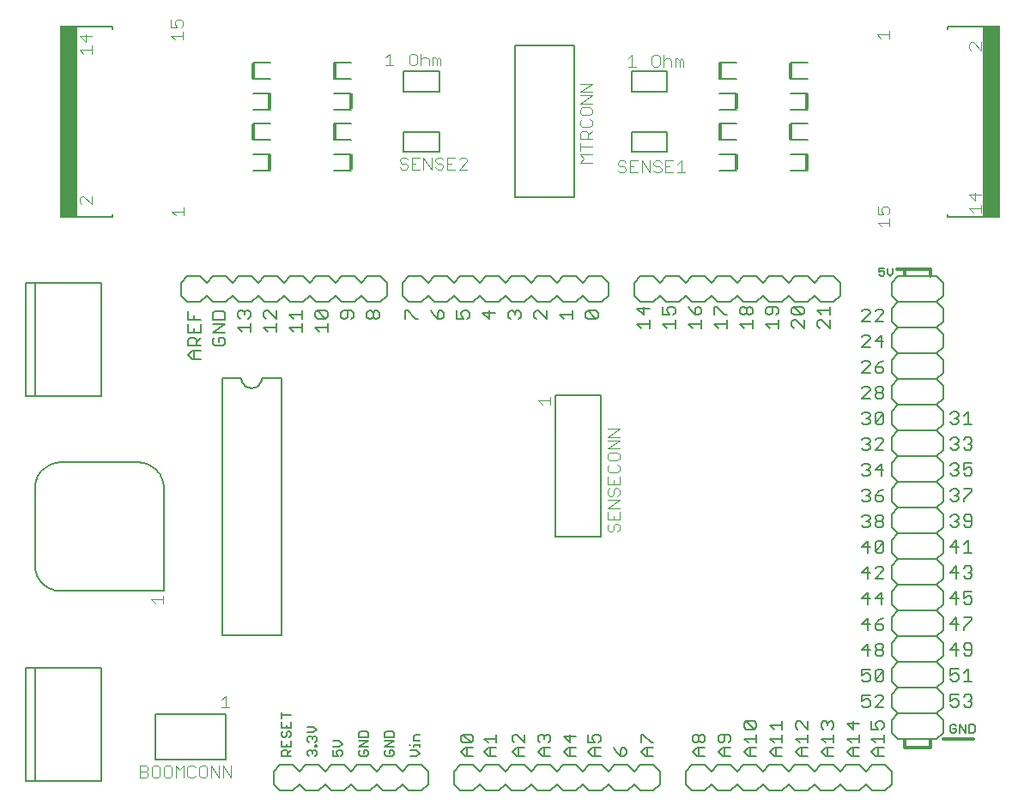
<source format=gto>
G75*
G70*
%OFA0B0*%
%FSLAX24Y24*%
%IPPOS*%
%LPD*%
%AMOC8*
5,1,8,0,0,1.08239X$1,22.5*
%
%ADD10C,0.0080*%
%ADD11C,0.0060*%
%ADD12C,0.0120*%
%ADD13C,0.0050*%
%ADD14C,0.0040*%
%ADD15R,0.0659X0.7461*%
%ADD16R,0.0118X0.0620*%
D10*
X003370Y002435D02*
X003370Y006845D01*
X003764Y006845D01*
X003764Y002435D01*
X003370Y002435D01*
X003764Y002435D02*
X006323Y002435D01*
X006323Y006845D01*
X003764Y006845D01*
X013000Y002804D02*
X013000Y002304D01*
X013250Y002054D01*
X013750Y002054D01*
X014000Y002304D01*
X014250Y002054D01*
X014750Y002054D01*
X015000Y002304D01*
X015250Y002054D01*
X015750Y002054D01*
X016000Y002304D01*
X016250Y002054D01*
X016750Y002054D01*
X017000Y002304D01*
X017250Y002054D01*
X017750Y002054D01*
X018000Y002304D01*
X018250Y002054D01*
X018750Y002054D01*
X019000Y002304D01*
X019000Y002804D01*
X018750Y003054D01*
X018250Y003054D01*
X018000Y002804D01*
X017750Y003054D01*
X017250Y003054D01*
X017000Y002804D01*
X016750Y003054D01*
X016250Y003054D01*
X016000Y002804D01*
X015750Y003054D01*
X015250Y003054D01*
X015000Y002804D01*
X014750Y003054D01*
X014250Y003054D01*
X014000Y002804D01*
X013750Y003054D01*
X013250Y003054D01*
X013000Y002804D01*
X020000Y002804D02*
X020000Y002304D01*
X020250Y002054D01*
X020750Y002054D01*
X021000Y002304D01*
X021250Y002054D01*
X021750Y002054D01*
X022000Y002304D01*
X022250Y002054D01*
X022750Y002054D01*
X023000Y002304D01*
X023250Y002054D01*
X023750Y002054D01*
X024000Y002304D01*
X024250Y002054D01*
X024750Y002054D01*
X025000Y002304D01*
X025250Y002054D01*
X025750Y002054D01*
X026000Y002304D01*
X026250Y002054D01*
X026750Y002054D01*
X027000Y002304D01*
X027250Y002054D01*
X027750Y002054D01*
X028000Y002304D01*
X028000Y002804D01*
X027750Y003054D01*
X027250Y003054D01*
X027000Y002804D01*
X026750Y003054D01*
X026250Y003054D01*
X026000Y002804D01*
X025750Y003054D01*
X025250Y003054D01*
X025000Y002804D01*
X024750Y003054D01*
X024250Y003054D01*
X024000Y002804D01*
X023750Y003054D01*
X023250Y003054D01*
X023000Y002804D01*
X022750Y003054D01*
X022250Y003054D01*
X022000Y002804D01*
X021750Y003054D01*
X021250Y003054D01*
X021000Y002804D01*
X020750Y003054D01*
X020250Y003054D01*
X020000Y002804D01*
X020440Y003404D02*
X020280Y003564D01*
X020440Y003724D01*
X020760Y003724D01*
X020680Y003919D02*
X020360Y004239D01*
X020680Y004239D01*
X020760Y004159D01*
X020760Y003999D01*
X020680Y003919D01*
X020360Y003919D01*
X020280Y003999D01*
X020280Y004159D01*
X020360Y004239D01*
X020520Y003724D02*
X020520Y003404D01*
X020440Y003404D02*
X020760Y003404D01*
X021180Y003564D02*
X021340Y003724D01*
X021660Y003724D01*
X021660Y003919D02*
X021660Y004239D01*
X021660Y004079D02*
X021180Y004079D01*
X021340Y003919D01*
X021420Y003724D02*
X021420Y003404D01*
X021340Y003404D02*
X021660Y003404D01*
X021340Y003404D02*
X021180Y003564D01*
X022280Y003564D02*
X022440Y003724D01*
X022760Y003724D01*
X022760Y003919D02*
X022440Y004239D01*
X022360Y004239D01*
X022280Y004159D01*
X022280Y003999D01*
X022360Y003919D01*
X022520Y003724D02*
X022520Y003404D01*
X022440Y003404D02*
X022280Y003564D01*
X022440Y003404D02*
X022760Y003404D01*
X022760Y003919D02*
X022760Y004239D01*
X023280Y004159D02*
X023360Y004239D01*
X023440Y004239D01*
X023520Y004159D01*
X023600Y004239D01*
X023680Y004239D01*
X023760Y004159D01*
X023760Y003999D01*
X023680Y003919D01*
X023760Y003724D02*
X023440Y003724D01*
X023280Y003564D01*
X023440Y003404D01*
X023760Y003404D01*
X023520Y003404D02*
X023520Y003724D01*
X023360Y003919D02*
X023280Y003999D01*
X023280Y004159D01*
X023520Y004159D02*
X023520Y004079D01*
X024280Y004159D02*
X024520Y003919D01*
X024520Y004239D01*
X024760Y004159D02*
X024280Y004159D01*
X024440Y003724D02*
X024760Y003724D01*
X024520Y003724D02*
X024520Y003404D01*
X024440Y003404D02*
X024280Y003564D01*
X024440Y003724D01*
X024440Y003404D02*
X024760Y003404D01*
X025230Y003564D02*
X025390Y003724D01*
X025710Y003724D01*
X025630Y003919D02*
X025710Y003999D01*
X025710Y004159D01*
X025630Y004239D01*
X025470Y004239D01*
X025390Y004159D01*
X025390Y004079D01*
X025470Y003919D01*
X025230Y003919D01*
X025230Y004239D01*
X025470Y003724D02*
X025470Y003404D01*
X025390Y003404D02*
X025230Y003564D01*
X025390Y003404D02*
X025710Y003404D01*
X026230Y003724D02*
X026310Y003564D01*
X026470Y003404D01*
X026470Y003644D01*
X026550Y003724D01*
X026630Y003724D01*
X026710Y003644D01*
X026710Y003484D01*
X026630Y003404D01*
X026470Y003404D01*
X027280Y003564D02*
X027440Y003724D01*
X027760Y003724D01*
X027760Y003919D02*
X027680Y003919D01*
X027360Y004239D01*
X027280Y004239D01*
X027280Y003919D01*
X027520Y003724D02*
X027520Y003404D01*
X027440Y003404D02*
X027760Y003404D01*
X027440Y003404D02*
X027280Y003564D01*
X029000Y002804D02*
X029000Y002304D01*
X029250Y002054D01*
X029750Y002054D01*
X030000Y002304D01*
X030250Y002054D01*
X030750Y002054D01*
X031000Y002304D01*
X031250Y002054D01*
X031750Y002054D01*
X032000Y002304D01*
X032250Y002054D01*
X032750Y002054D01*
X033000Y002304D01*
X033250Y002054D01*
X033750Y002054D01*
X034000Y002304D01*
X034250Y002054D01*
X034750Y002054D01*
X035000Y002304D01*
X035250Y002054D01*
X035750Y002054D01*
X036000Y002304D01*
X036250Y002054D01*
X036750Y002054D01*
X037000Y002304D01*
X037000Y002804D01*
X036750Y003054D01*
X036250Y003054D01*
X036000Y002804D01*
X035750Y003054D01*
X035250Y003054D01*
X035000Y002804D01*
X034750Y003054D01*
X034250Y003054D01*
X034000Y002804D01*
X033750Y003054D01*
X033250Y003054D01*
X033000Y002804D01*
X032750Y003054D01*
X032250Y003054D01*
X032000Y002804D01*
X031750Y003054D01*
X031250Y003054D01*
X031000Y002804D01*
X030750Y003054D01*
X030250Y003054D01*
X030000Y002804D01*
X029750Y003054D01*
X029250Y003054D01*
X029000Y002804D01*
X029440Y003404D02*
X029280Y003564D01*
X029440Y003724D01*
X029760Y003724D01*
X029680Y003919D02*
X029600Y003919D01*
X029520Y003999D01*
X029520Y004159D01*
X029600Y004239D01*
X029680Y004239D01*
X029760Y004159D01*
X029760Y003999D01*
X029680Y003919D01*
X029520Y003999D02*
X029440Y003919D01*
X029360Y003919D01*
X029280Y003999D01*
X029280Y004159D01*
X029360Y004239D01*
X029440Y004239D01*
X029520Y004159D01*
X029520Y003724D02*
X029520Y003404D01*
X029440Y003404D02*
X029760Y003404D01*
X030280Y003564D02*
X030440Y003724D01*
X030760Y003724D01*
X030680Y003919D02*
X030760Y003999D01*
X030760Y004159D01*
X030680Y004239D01*
X030360Y004239D01*
X030280Y004159D01*
X030280Y003999D01*
X030360Y003919D01*
X030440Y003919D01*
X030520Y003999D01*
X030520Y004239D01*
X030520Y003724D02*
X030520Y003404D01*
X030440Y003404D02*
X030280Y003564D01*
X030440Y003404D02*
X030760Y003404D01*
X031280Y003564D02*
X031440Y003724D01*
X031760Y003724D01*
X031760Y003919D02*
X031760Y004239D01*
X031760Y004079D02*
X031280Y004079D01*
X031440Y003919D01*
X031520Y003724D02*
X031520Y003404D01*
X031440Y003404D02*
X031280Y003564D01*
X031440Y003404D02*
X031760Y003404D01*
X032280Y003564D02*
X032440Y003724D01*
X032760Y003724D01*
X032760Y003919D02*
X032760Y004239D01*
X032760Y004079D02*
X032280Y004079D01*
X032440Y003919D01*
X032520Y003724D02*
X032520Y003404D01*
X032440Y003404D02*
X032280Y003564D01*
X032440Y003404D02*
X032760Y003404D01*
X033280Y003564D02*
X033440Y003724D01*
X033760Y003724D01*
X033760Y003919D02*
X033760Y004239D01*
X033760Y004079D02*
X033280Y004079D01*
X033440Y003919D01*
X033520Y003724D02*
X033520Y003404D01*
X033440Y003404D02*
X033280Y003564D01*
X033440Y003404D02*
X033760Y003404D01*
X034280Y003564D02*
X034440Y003724D01*
X034760Y003724D01*
X034760Y003919D02*
X034760Y004239D01*
X034760Y004079D02*
X034280Y004079D01*
X034440Y003919D01*
X034520Y003724D02*
X034520Y003404D01*
X034440Y003404D02*
X034760Y003404D01*
X034440Y003404D02*
X034280Y003564D01*
X035280Y003564D02*
X035440Y003724D01*
X035760Y003724D01*
X035760Y003919D02*
X035760Y004239D01*
X035760Y004079D02*
X035280Y004079D01*
X035440Y003919D01*
X035520Y003724D02*
X035520Y003404D01*
X035440Y003404D02*
X035280Y003564D01*
X035440Y003404D02*
X035760Y003404D01*
X036230Y003564D02*
X036390Y003724D01*
X036710Y003724D01*
X036710Y003919D02*
X036710Y004239D01*
X036710Y004079D02*
X036230Y004079D01*
X036390Y003919D01*
X036470Y003724D02*
X036470Y003404D01*
X036390Y003404D02*
X036230Y003564D01*
X036390Y003404D02*
X036710Y003404D01*
X037250Y004054D02*
X038750Y004054D01*
X039000Y004304D01*
X039000Y004804D01*
X038750Y005054D01*
X037250Y005054D01*
X037000Y004804D01*
X037000Y004304D01*
X037250Y004054D01*
X036710Y004515D02*
X036630Y004435D01*
X036710Y004515D02*
X036710Y004675D01*
X036630Y004755D01*
X036470Y004755D01*
X036390Y004675D01*
X036390Y004595D01*
X036470Y004435D01*
X036230Y004435D01*
X036230Y004755D01*
X035760Y004675D02*
X035280Y004675D01*
X035520Y004435D01*
X035520Y004755D01*
X035930Y005294D02*
X035850Y005374D01*
X035930Y005294D02*
X036090Y005294D01*
X036170Y005374D01*
X036170Y005534D01*
X036090Y005614D01*
X036010Y005614D01*
X035850Y005534D01*
X035850Y005774D01*
X036170Y005774D01*
X036366Y005694D02*
X036446Y005774D01*
X036606Y005774D01*
X036686Y005694D01*
X036686Y005614D01*
X036366Y005294D01*
X036686Y005294D01*
X036606Y006294D02*
X036446Y006294D01*
X036366Y006374D01*
X036686Y006694D01*
X036686Y006374D01*
X036606Y006294D01*
X036366Y006374D02*
X036366Y006694D01*
X036446Y006774D01*
X036606Y006774D01*
X036686Y006694D01*
X036170Y006774D02*
X035850Y006774D01*
X035850Y006534D01*
X036010Y006614D01*
X036090Y006614D01*
X036170Y006534D01*
X036170Y006374D01*
X036090Y006294D01*
X035930Y006294D01*
X035850Y006374D01*
X036090Y007294D02*
X036090Y007774D01*
X035850Y007534D01*
X036170Y007534D01*
X036366Y007614D02*
X036366Y007694D01*
X036446Y007774D01*
X036606Y007774D01*
X036686Y007694D01*
X036686Y007614D01*
X036606Y007534D01*
X036446Y007534D01*
X036366Y007614D01*
X036446Y007534D02*
X036366Y007454D01*
X036366Y007374D01*
X036446Y007294D01*
X036606Y007294D01*
X036686Y007374D01*
X036686Y007454D01*
X036606Y007534D01*
X036606Y008294D02*
X036686Y008374D01*
X036686Y008454D01*
X036606Y008534D01*
X036366Y008534D01*
X036366Y008374D01*
X036446Y008294D01*
X036606Y008294D01*
X036366Y008534D02*
X036526Y008694D01*
X036686Y008774D01*
X036606Y009294D02*
X036606Y009774D01*
X036366Y009534D01*
X036686Y009534D01*
X036170Y009534D02*
X035850Y009534D01*
X036090Y009774D01*
X036090Y009294D01*
X036090Y008774D02*
X035850Y008534D01*
X036170Y008534D01*
X036090Y008294D02*
X036090Y008774D01*
X036090Y010294D02*
X036090Y010774D01*
X035850Y010534D01*
X036170Y010534D01*
X036366Y010694D02*
X036446Y010774D01*
X036606Y010774D01*
X036686Y010694D01*
X036686Y010614D01*
X036366Y010294D01*
X036686Y010294D01*
X036606Y011294D02*
X036446Y011294D01*
X036366Y011374D01*
X036686Y011694D01*
X036686Y011374D01*
X036606Y011294D01*
X036366Y011374D02*
X036366Y011694D01*
X036446Y011774D01*
X036606Y011774D01*
X036686Y011694D01*
X036170Y011534D02*
X035850Y011534D01*
X036090Y011774D01*
X036090Y011294D01*
X036090Y012294D02*
X035930Y012294D01*
X035850Y012374D01*
X036010Y012534D02*
X036090Y012534D01*
X036170Y012454D01*
X036170Y012374D01*
X036090Y012294D01*
X036090Y012534D02*
X036170Y012614D01*
X036170Y012694D01*
X036090Y012774D01*
X035930Y012774D01*
X035850Y012694D01*
X036366Y012694D02*
X036366Y012614D01*
X036446Y012534D01*
X036606Y012534D01*
X036686Y012454D01*
X036686Y012374D01*
X036606Y012294D01*
X036446Y012294D01*
X036366Y012374D01*
X036366Y012454D01*
X036446Y012534D01*
X036606Y012534D02*
X036686Y012614D01*
X036686Y012694D01*
X036606Y012774D01*
X036446Y012774D01*
X036366Y012694D01*
X036446Y013294D02*
X036606Y013294D01*
X036686Y013374D01*
X036686Y013454D01*
X036606Y013534D01*
X036366Y013534D01*
X036366Y013374D01*
X036446Y013294D01*
X036366Y013534D02*
X036526Y013694D01*
X036686Y013774D01*
X036170Y013694D02*
X036170Y013614D01*
X036090Y013534D01*
X036170Y013454D01*
X036170Y013374D01*
X036090Y013294D01*
X035930Y013294D01*
X035850Y013374D01*
X036010Y013534D02*
X036090Y013534D01*
X036170Y013694D02*
X036090Y013774D01*
X035930Y013774D01*
X035850Y013694D01*
X035930Y014294D02*
X035850Y014374D01*
X035930Y014294D02*
X036090Y014294D01*
X036170Y014374D01*
X036170Y014454D01*
X036090Y014534D01*
X036010Y014534D01*
X036090Y014534D02*
X036170Y014614D01*
X036170Y014694D01*
X036090Y014774D01*
X035930Y014774D01*
X035850Y014694D01*
X036366Y014534D02*
X036686Y014534D01*
X036606Y014774D02*
X036366Y014534D01*
X036606Y014294D02*
X036606Y014774D01*
X036686Y015294D02*
X036366Y015294D01*
X036686Y015614D01*
X036686Y015694D01*
X036606Y015774D01*
X036446Y015774D01*
X036366Y015694D01*
X036170Y015694D02*
X036170Y015614D01*
X036090Y015534D01*
X036170Y015454D01*
X036170Y015374D01*
X036090Y015294D01*
X035930Y015294D01*
X035850Y015374D01*
X036010Y015534D02*
X036090Y015534D01*
X036170Y015694D02*
X036090Y015774D01*
X035930Y015774D01*
X035850Y015694D01*
X035930Y016294D02*
X035850Y016374D01*
X035930Y016294D02*
X036090Y016294D01*
X036170Y016374D01*
X036170Y016454D01*
X036090Y016534D01*
X036010Y016534D01*
X036090Y016534D02*
X036170Y016614D01*
X036170Y016694D01*
X036090Y016774D01*
X035930Y016774D01*
X035850Y016694D01*
X036366Y016694D02*
X036366Y016374D01*
X036686Y016694D01*
X036686Y016374D01*
X036606Y016294D01*
X036446Y016294D01*
X036366Y016374D01*
X036366Y016694D02*
X036446Y016774D01*
X036606Y016774D01*
X036686Y016694D01*
X036606Y017294D02*
X036446Y017294D01*
X036366Y017374D01*
X036366Y017454D01*
X036446Y017534D01*
X036606Y017534D01*
X036686Y017454D01*
X036686Y017374D01*
X036606Y017294D01*
X036606Y017534D02*
X036686Y017614D01*
X036686Y017694D01*
X036606Y017774D01*
X036446Y017774D01*
X036366Y017694D01*
X036366Y017614D01*
X036446Y017534D01*
X036170Y017614D02*
X035850Y017294D01*
X036170Y017294D01*
X036170Y017614D02*
X036170Y017694D01*
X036090Y017774D01*
X035930Y017774D01*
X035850Y017694D01*
X035850Y018294D02*
X036170Y018614D01*
X036170Y018694D01*
X036090Y018774D01*
X035930Y018774D01*
X035850Y018694D01*
X035850Y018294D02*
X036170Y018294D01*
X036366Y018374D02*
X036366Y018534D01*
X036606Y018534D01*
X036686Y018454D01*
X036686Y018374D01*
X036606Y018294D01*
X036446Y018294D01*
X036366Y018374D01*
X036366Y018534D02*
X036526Y018694D01*
X036686Y018774D01*
X036606Y019294D02*
X036606Y019774D01*
X036366Y019534D01*
X036686Y019534D01*
X036170Y019614D02*
X035850Y019294D01*
X036170Y019294D01*
X036170Y019614D02*
X036170Y019694D01*
X036090Y019774D01*
X035930Y019774D01*
X035850Y019694D01*
X035850Y020294D02*
X036170Y020614D01*
X036170Y020694D01*
X036090Y020774D01*
X035930Y020774D01*
X035850Y020694D01*
X035850Y020294D02*
X036170Y020294D01*
X036366Y020294D02*
X036686Y020614D01*
X036686Y020694D01*
X036606Y020774D01*
X036446Y020774D01*
X036366Y020694D01*
X036366Y020294D02*
X036686Y020294D01*
X037250Y021054D02*
X038750Y021054D01*
X039000Y021304D01*
X039000Y021804D01*
X038750Y022054D01*
X037250Y022054D01*
X037000Y021804D01*
X037000Y021304D01*
X037250Y021054D01*
X035000Y021304D02*
X034750Y021054D01*
X034250Y021054D01*
X034000Y021304D01*
X033750Y021054D01*
X033250Y021054D01*
X033000Y021304D01*
X032750Y021054D01*
X032250Y021054D01*
X032000Y021304D01*
X031750Y021054D01*
X031250Y021054D01*
X031000Y021304D01*
X030750Y021054D01*
X030250Y021054D01*
X030000Y021304D01*
X029750Y021054D01*
X029250Y021054D01*
X029000Y021304D01*
X028750Y021054D01*
X028250Y021054D01*
X028000Y021304D01*
X027750Y021054D01*
X027250Y021054D01*
X027000Y021304D01*
X027000Y021804D01*
X027250Y022054D01*
X027750Y022054D01*
X028000Y021804D01*
X028250Y022054D01*
X028750Y022054D01*
X029000Y021804D01*
X029250Y022054D01*
X029750Y022054D01*
X030000Y021804D01*
X030250Y022054D01*
X030750Y022054D01*
X031000Y021804D01*
X031250Y022054D01*
X031750Y022054D01*
X032000Y021804D01*
X032250Y022054D01*
X032750Y022054D01*
X033000Y021804D01*
X033250Y022054D01*
X033750Y022054D01*
X034000Y021804D01*
X034250Y022054D01*
X034750Y022054D01*
X035000Y021804D01*
X035000Y021304D01*
X034610Y020879D02*
X034610Y020559D01*
X034610Y020719D02*
X034130Y020719D01*
X034290Y020559D01*
X034290Y020364D02*
X034210Y020364D01*
X034130Y020284D01*
X034130Y020124D01*
X034210Y020044D01*
X034290Y020364D02*
X034610Y020044D01*
X034610Y020364D01*
X033610Y020364D02*
X033610Y020044D01*
X033290Y020364D01*
X033210Y020364D01*
X033130Y020284D01*
X033130Y020124D01*
X033210Y020044D01*
X033210Y020559D02*
X033130Y020639D01*
X033130Y020799D01*
X033210Y020879D01*
X033530Y020559D01*
X033610Y020639D01*
X033610Y020799D01*
X033530Y020879D01*
X033210Y020879D01*
X033210Y020559D02*
X033530Y020559D01*
X032610Y020639D02*
X032610Y020799D01*
X032530Y020879D01*
X032210Y020879D01*
X032130Y020799D01*
X032130Y020639D01*
X032210Y020559D01*
X032290Y020559D01*
X032370Y020639D01*
X032370Y020879D01*
X032610Y020639D02*
X032530Y020559D01*
X032610Y020364D02*
X032610Y020044D01*
X032610Y020204D02*
X032130Y020204D01*
X032290Y020044D01*
X031610Y020044D02*
X031610Y020364D01*
X031610Y020204D02*
X031130Y020204D01*
X031290Y020044D01*
X030610Y020044D02*
X030610Y020364D01*
X030610Y020204D02*
X030130Y020204D01*
X030290Y020044D01*
X030130Y020559D02*
X030130Y020879D01*
X030210Y020879D01*
X030530Y020559D01*
X030610Y020559D01*
X031130Y020639D02*
X031130Y020799D01*
X031210Y020879D01*
X031290Y020879D01*
X031370Y020799D01*
X031370Y020639D01*
X031290Y020559D01*
X031210Y020559D01*
X031130Y020639D01*
X031370Y020639D02*
X031450Y020559D01*
X031530Y020559D01*
X031610Y020639D01*
X031610Y020799D01*
X031530Y020879D01*
X031450Y020879D01*
X031370Y020799D01*
X029610Y020799D02*
X029530Y020879D01*
X029450Y020879D01*
X029370Y020799D01*
X029370Y020559D01*
X029530Y020559D01*
X029610Y020639D01*
X029610Y020799D01*
X029370Y020559D02*
X029210Y020719D01*
X029130Y020879D01*
X028610Y020799D02*
X028610Y020639D01*
X028530Y020559D01*
X028370Y020559D02*
X028290Y020719D01*
X028290Y020799D01*
X028370Y020879D01*
X028530Y020879D01*
X028610Y020799D01*
X028370Y020559D02*
X028130Y020559D01*
X028130Y020879D01*
X027610Y020799D02*
X027130Y020799D01*
X027370Y020559D01*
X027370Y020879D01*
X027610Y020364D02*
X027610Y020044D01*
X027610Y020204D02*
X027130Y020204D01*
X027290Y020044D01*
X028130Y020204D02*
X028290Y020044D01*
X028130Y020204D02*
X028610Y020204D01*
X028610Y020044D02*
X028610Y020364D01*
X029130Y020204D02*
X029610Y020204D01*
X029610Y020044D02*
X029610Y020364D01*
X029290Y020044D02*
X029130Y020204D01*
X026000Y021304D02*
X025750Y021054D01*
X025250Y021054D01*
X025000Y021304D01*
X024750Y021054D01*
X024250Y021054D01*
X024000Y021304D01*
X023750Y021054D01*
X023250Y021054D01*
X023000Y021304D01*
X022750Y021054D01*
X022250Y021054D01*
X022000Y021304D01*
X021750Y021054D01*
X021250Y021054D01*
X021000Y021304D01*
X020750Y021054D01*
X020250Y021054D01*
X020000Y021304D01*
X019750Y021054D01*
X019250Y021054D01*
X019000Y021304D01*
X018750Y021054D01*
X018250Y021054D01*
X018000Y021304D01*
X018000Y021804D01*
X018250Y022054D01*
X018750Y022054D01*
X019000Y021804D01*
X019250Y022054D01*
X019750Y022054D01*
X020000Y021804D01*
X020250Y022054D01*
X020750Y022054D01*
X021000Y021804D01*
X021250Y022054D01*
X021750Y022054D01*
X022000Y021804D01*
X022250Y022054D01*
X022750Y022054D01*
X023000Y021804D01*
X023250Y022054D01*
X023750Y022054D01*
X024000Y021804D01*
X024250Y022054D01*
X024750Y022054D01*
X025000Y021804D01*
X025250Y022054D01*
X025750Y022054D01*
X026000Y021804D01*
X026000Y021304D01*
X025530Y020714D02*
X025210Y020714D01*
X025530Y020394D01*
X025610Y020474D01*
X025610Y020634D01*
X025530Y020714D01*
X025210Y020714D02*
X025130Y020634D01*
X025130Y020474D01*
X025210Y020394D01*
X025530Y020394D01*
X024610Y020394D02*
X024610Y020714D01*
X024610Y020554D02*
X024130Y020554D01*
X024290Y020394D01*
X023610Y020394D02*
X023610Y020714D01*
X023610Y020394D02*
X023290Y020714D01*
X023210Y020714D01*
X023130Y020634D01*
X023130Y020474D01*
X023210Y020394D01*
X022610Y020474D02*
X022530Y020394D01*
X022610Y020474D02*
X022610Y020634D01*
X022530Y020714D01*
X022450Y020714D01*
X022370Y020634D01*
X022370Y020554D01*
X022370Y020634D02*
X022290Y020714D01*
X022210Y020714D01*
X022130Y020634D01*
X022130Y020474D01*
X022210Y020394D01*
X021610Y020634D02*
X021130Y020634D01*
X021370Y020394D01*
X021370Y020714D01*
X020610Y020634D02*
X020610Y020474D01*
X020530Y020394D01*
X020370Y020394D02*
X020290Y020554D01*
X020290Y020634D01*
X020370Y020714D01*
X020530Y020714D01*
X020610Y020634D01*
X020370Y020394D02*
X020130Y020394D01*
X020130Y020714D01*
X019610Y020634D02*
X019610Y020474D01*
X019530Y020394D01*
X019370Y020394D01*
X019370Y020634D01*
X019450Y020714D01*
X019530Y020714D01*
X019610Y020634D01*
X019370Y020394D02*
X019210Y020554D01*
X019130Y020714D01*
X018610Y020394D02*
X018530Y020394D01*
X018210Y020714D01*
X018130Y020714D01*
X018130Y020394D01*
X017110Y020474D02*
X017030Y020394D01*
X016950Y020394D01*
X016870Y020474D01*
X016870Y020634D01*
X016950Y020714D01*
X017030Y020714D01*
X017110Y020634D01*
X017110Y020474D01*
X016870Y020474D02*
X016790Y020394D01*
X016710Y020394D01*
X016630Y020474D01*
X016630Y020634D01*
X016710Y020714D01*
X016790Y020714D01*
X016870Y020634D01*
X016650Y021054D02*
X017150Y021054D01*
X017400Y021304D01*
X017400Y021804D01*
X017150Y022054D01*
X016650Y022054D01*
X016400Y021804D01*
X016150Y022054D01*
X015650Y022054D01*
X015400Y021804D01*
X015150Y022054D01*
X014650Y022054D01*
X014400Y021804D01*
X014150Y022054D01*
X013650Y022054D01*
X013400Y021804D01*
X013150Y022054D01*
X012650Y022054D01*
X012400Y021804D01*
X012150Y022054D01*
X011650Y022054D01*
X011400Y021804D01*
X011150Y022054D01*
X010650Y022054D01*
X010400Y021804D01*
X010150Y022054D01*
X009650Y022054D01*
X009400Y021804D01*
X009400Y021304D01*
X009650Y021054D01*
X010150Y021054D01*
X010400Y021304D01*
X010650Y021054D01*
X011150Y021054D01*
X011400Y021304D01*
X011650Y021054D01*
X012150Y021054D01*
X012400Y021304D01*
X012650Y021054D01*
X013150Y021054D01*
X013400Y021304D01*
X013650Y021054D01*
X014150Y021054D01*
X014400Y021304D01*
X014650Y021054D01*
X015150Y021054D01*
X015400Y021304D01*
X015650Y021054D01*
X016150Y021054D01*
X016400Y021304D01*
X016650Y021054D01*
X016110Y020634D02*
X016110Y020474D01*
X016030Y020394D01*
X015870Y020474D02*
X015870Y020714D01*
X016030Y020714D02*
X015710Y020714D01*
X015630Y020634D01*
X015630Y020474D01*
X015710Y020394D01*
X015790Y020394D01*
X015870Y020474D01*
X016110Y020634D02*
X016030Y020714D01*
X015110Y020649D02*
X015110Y020489D01*
X015030Y020409D01*
X014710Y020729D01*
X015030Y020729D01*
X015110Y020649D01*
X015030Y020409D02*
X014710Y020409D01*
X014630Y020489D01*
X014630Y020649D01*
X014710Y020729D01*
X014110Y020729D02*
X014110Y020409D01*
X014110Y020569D02*
X013630Y020569D01*
X013790Y020409D01*
X014110Y020214D02*
X014110Y019894D01*
X014110Y020054D02*
X013630Y020054D01*
X013790Y019894D01*
X013110Y019894D02*
X013110Y020214D01*
X013110Y020054D02*
X012630Y020054D01*
X012790Y019894D01*
X012710Y020409D02*
X012630Y020489D01*
X012630Y020649D01*
X012710Y020729D01*
X012790Y020729D01*
X013110Y020409D01*
X013110Y020729D01*
X012110Y020649D02*
X012110Y020489D01*
X012030Y020409D01*
X012110Y020214D02*
X012110Y019894D01*
X012110Y020054D02*
X011630Y020054D01*
X011790Y019894D01*
X011710Y020409D02*
X011630Y020489D01*
X011630Y020649D01*
X011710Y020729D01*
X011790Y020729D01*
X011870Y020649D01*
X011950Y020729D01*
X012030Y020729D01*
X012110Y020649D01*
X011870Y020649D02*
X011870Y020569D01*
X011120Y020618D02*
X011120Y020378D01*
X010640Y020378D01*
X010640Y020618D01*
X010720Y020698D01*
X011040Y020698D01*
X011120Y020618D01*
X011120Y020183D02*
X010640Y020183D01*
X010640Y019862D02*
X011120Y020183D01*
X011120Y019862D02*
X010640Y019862D01*
X010720Y019667D02*
X010640Y019587D01*
X010640Y019427D01*
X010720Y019347D01*
X011040Y019347D01*
X011120Y019427D01*
X011120Y019587D01*
X011040Y019667D01*
X010880Y019667D01*
X010880Y019507D01*
X010170Y019667D02*
X010010Y019507D01*
X010010Y019587D02*
X010010Y019347D01*
X010170Y019347D02*
X009690Y019347D01*
X009690Y019587D01*
X009770Y019667D01*
X009930Y019667D01*
X010010Y019587D01*
X009930Y019862D02*
X009930Y020022D01*
X009690Y019862D02*
X010170Y019862D01*
X010170Y020183D01*
X010170Y020378D02*
X009690Y020378D01*
X009690Y020698D01*
X009930Y020538D02*
X009930Y020378D01*
X009690Y020183D02*
X009690Y019862D01*
X009850Y019151D02*
X010170Y019151D01*
X009930Y019151D02*
X009930Y018831D01*
X009850Y018831D02*
X009690Y018991D01*
X009850Y019151D01*
X009850Y018831D02*
X010170Y018831D01*
X006323Y017396D02*
X006323Y021806D01*
X003764Y021806D01*
X003764Y017396D01*
X003370Y017396D01*
X003370Y021806D01*
X003764Y021806D01*
X003764Y017396D02*
X006323Y017396D01*
X014630Y020054D02*
X015110Y020054D01*
X015110Y019894D02*
X015110Y020214D01*
X014790Y019894D02*
X014630Y020054D01*
X015358Y026176D02*
X016028Y026176D01*
X016028Y026806D02*
X015358Y026806D01*
X015358Y027357D02*
X016028Y027357D01*
X016028Y027987D02*
X015358Y027987D01*
X015358Y028538D02*
X016028Y028538D01*
X016028Y029168D02*
X015358Y029168D01*
X015358Y029719D02*
X016028Y029719D01*
X016028Y030349D02*
X015358Y030349D01*
X012878Y030349D02*
X012209Y030349D01*
X012209Y029719D02*
X012878Y029719D01*
X012878Y029168D02*
X012209Y029168D01*
X012209Y028538D02*
X012878Y028538D01*
X012878Y027987D02*
X012209Y027987D01*
X012209Y027357D02*
X012878Y027357D01*
X012878Y026806D02*
X012209Y026806D01*
X012209Y026176D02*
X012878Y026176D01*
X030319Y026176D02*
X030988Y026176D01*
X030988Y026806D02*
X030319Y026806D01*
X030319Y027357D02*
X030988Y027357D01*
X030988Y027987D02*
X030319Y027987D01*
X030319Y028538D02*
X030988Y028538D01*
X030988Y029168D02*
X030319Y029168D01*
X030319Y029719D02*
X030988Y029719D01*
X030988Y030349D02*
X030319Y030349D01*
X033075Y030349D02*
X033744Y030349D01*
X033744Y029719D02*
X033075Y029719D01*
X033075Y029168D02*
X033744Y029168D01*
X033744Y028538D02*
X033075Y028538D01*
X033075Y027987D02*
X033744Y027987D01*
X033744Y027357D02*
X033075Y027357D01*
X033075Y026806D02*
X033744Y026806D01*
X033744Y026176D02*
X033075Y026176D01*
X039370Y016784D02*
X039530Y016784D01*
X039610Y016704D01*
X039610Y016624D01*
X039530Y016544D01*
X039610Y016464D01*
X039610Y016384D01*
X039530Y016304D01*
X039370Y016304D01*
X039290Y016384D01*
X039450Y016544D02*
X039530Y016544D01*
X039806Y016624D02*
X039966Y016784D01*
X039966Y016304D01*
X039806Y016304D02*
X040126Y016304D01*
X040046Y015784D02*
X040126Y015704D01*
X040126Y015624D01*
X040046Y015544D01*
X040126Y015464D01*
X040126Y015384D01*
X040046Y015304D01*
X039886Y015304D01*
X039806Y015384D01*
X039610Y015384D02*
X039530Y015304D01*
X039370Y015304D01*
X039290Y015384D01*
X039450Y015544D02*
X039530Y015544D01*
X039610Y015464D01*
X039610Y015384D01*
X039530Y015544D02*
X039610Y015624D01*
X039610Y015704D01*
X039530Y015784D01*
X039370Y015784D01*
X039290Y015704D01*
X039806Y015704D02*
X039886Y015784D01*
X040046Y015784D01*
X040046Y015544D02*
X039966Y015544D01*
X040126Y014784D02*
X039806Y014784D01*
X039806Y014544D01*
X039966Y014624D01*
X040046Y014624D01*
X040126Y014544D01*
X040126Y014384D01*
X040046Y014304D01*
X039886Y014304D01*
X039806Y014384D01*
X039610Y014384D02*
X039530Y014304D01*
X039370Y014304D01*
X039290Y014384D01*
X039450Y014544D02*
X039530Y014544D01*
X039610Y014464D01*
X039610Y014384D01*
X039530Y014544D02*
X039610Y014624D01*
X039610Y014704D01*
X039530Y014784D01*
X039370Y014784D01*
X039290Y014704D01*
X039370Y013784D02*
X039530Y013784D01*
X039610Y013704D01*
X039610Y013624D01*
X039530Y013544D01*
X039610Y013464D01*
X039610Y013384D01*
X039530Y013304D01*
X039370Y013304D01*
X039290Y013384D01*
X039450Y013544D02*
X039530Y013544D01*
X039290Y013704D02*
X039370Y013784D01*
X039806Y013784D02*
X040126Y013784D01*
X040126Y013704D01*
X039806Y013384D01*
X039806Y013304D01*
X039886Y012784D02*
X039806Y012704D01*
X039806Y012624D01*
X039886Y012544D01*
X040126Y012544D01*
X040126Y012384D02*
X040126Y012704D01*
X040046Y012784D01*
X039886Y012784D01*
X039610Y012704D02*
X039610Y012624D01*
X039530Y012544D01*
X039610Y012464D01*
X039610Y012384D01*
X039530Y012304D01*
X039370Y012304D01*
X039290Y012384D01*
X039450Y012544D02*
X039530Y012544D01*
X039610Y012704D02*
X039530Y012784D01*
X039370Y012784D01*
X039290Y012704D01*
X039806Y012384D02*
X039886Y012304D01*
X040046Y012304D01*
X040126Y012384D01*
X039966Y011784D02*
X039966Y011304D01*
X039806Y011304D02*
X040126Y011304D01*
X039806Y011624D02*
X039966Y011784D01*
X039610Y011544D02*
X039290Y011544D01*
X039530Y011784D01*
X039530Y011304D01*
X039530Y010784D02*
X039290Y010544D01*
X039610Y010544D01*
X039806Y010704D02*
X039886Y010784D01*
X040046Y010784D01*
X040126Y010704D01*
X040126Y010624D01*
X040046Y010544D01*
X040126Y010464D01*
X040126Y010384D01*
X040046Y010304D01*
X039886Y010304D01*
X039806Y010384D01*
X039966Y010544D02*
X040046Y010544D01*
X039530Y010304D02*
X039530Y010784D01*
X039530Y009784D02*
X039290Y009544D01*
X039610Y009544D01*
X039806Y009544D02*
X039966Y009624D01*
X040046Y009624D01*
X040126Y009544D01*
X040126Y009384D01*
X040046Y009304D01*
X039886Y009304D01*
X039806Y009384D01*
X039806Y009544D02*
X039806Y009784D01*
X040126Y009784D01*
X039530Y009784D02*
X039530Y009304D01*
X039530Y008784D02*
X039290Y008544D01*
X039610Y008544D01*
X039530Y008304D02*
X039530Y008784D01*
X039806Y008784D02*
X040126Y008784D01*
X040126Y008704D01*
X039806Y008384D01*
X039806Y008304D01*
X039886Y007784D02*
X039806Y007704D01*
X039806Y007624D01*
X039886Y007544D01*
X040126Y007544D01*
X040126Y007384D02*
X040126Y007704D01*
X040046Y007784D01*
X039886Y007784D01*
X039530Y007784D02*
X039290Y007544D01*
X039610Y007544D01*
X039530Y007304D02*
X039530Y007784D01*
X039806Y007384D02*
X039886Y007304D01*
X040046Y007304D01*
X040126Y007384D01*
X039966Y006784D02*
X039966Y006304D01*
X039806Y006304D02*
X040126Y006304D01*
X039806Y006624D02*
X039966Y006784D01*
X039610Y006784D02*
X039290Y006784D01*
X039290Y006544D01*
X039450Y006624D01*
X039530Y006624D01*
X039610Y006544D01*
X039610Y006384D01*
X039530Y006304D01*
X039370Y006304D01*
X039290Y006384D01*
X039290Y005784D02*
X039290Y005544D01*
X039450Y005624D01*
X039530Y005624D01*
X039610Y005544D01*
X039610Y005384D01*
X039530Y005304D01*
X039370Y005304D01*
X039290Y005384D01*
X039290Y005784D02*
X039610Y005784D01*
X039806Y005704D02*
X039886Y005784D01*
X040046Y005784D01*
X040126Y005704D01*
X040126Y005624D01*
X040046Y005544D01*
X040126Y005464D01*
X040126Y005384D01*
X040046Y005304D01*
X039886Y005304D01*
X039806Y005384D01*
X039966Y005544D02*
X040046Y005544D01*
X034760Y004675D02*
X034760Y004515D01*
X034680Y004435D01*
X034520Y004595D02*
X034520Y004675D01*
X034600Y004755D01*
X034680Y004755D01*
X034760Y004675D01*
X034520Y004675D02*
X034440Y004755D01*
X034360Y004755D01*
X034280Y004675D01*
X034280Y004515D01*
X034360Y004435D01*
X033760Y004435D02*
X033760Y004755D01*
X033760Y004435D02*
X033440Y004755D01*
X033360Y004755D01*
X033280Y004675D01*
X033280Y004515D01*
X033360Y004435D01*
X032760Y004435D02*
X032760Y004755D01*
X032760Y004595D02*
X032280Y004595D01*
X032440Y004435D01*
X031760Y004515D02*
X031680Y004435D01*
X031360Y004755D01*
X031680Y004755D01*
X031760Y004675D01*
X031760Y004515D01*
X031680Y004435D02*
X031360Y004435D01*
X031280Y004515D01*
X031280Y004675D01*
X031360Y004755D01*
X039290Y016704D02*
X039370Y016784D01*
D11*
X039000Y016804D02*
X039000Y016304D01*
X038750Y016054D01*
X037250Y016054D01*
X037000Y016304D01*
X037000Y016804D01*
X037250Y017054D01*
X038750Y017054D01*
X039000Y017304D01*
X039000Y017804D01*
X038750Y018054D01*
X037250Y018054D01*
X037000Y018304D01*
X037000Y018804D01*
X037250Y019054D01*
X038750Y019054D01*
X039000Y019304D01*
X039000Y019804D01*
X038750Y020054D01*
X037250Y020054D01*
X037000Y020304D01*
X037000Y020804D01*
X037250Y021054D01*
X037250Y020054D02*
X037000Y019804D01*
X037000Y019304D01*
X037250Y019054D01*
X037250Y018054D02*
X037000Y017804D01*
X037000Y017304D01*
X037250Y017054D01*
X037250Y016054D02*
X037000Y015804D01*
X037000Y015304D01*
X037250Y015054D01*
X038750Y015054D01*
X039000Y015304D01*
X039000Y015804D01*
X038750Y016054D01*
X039000Y016804D02*
X038750Y017054D01*
X038750Y018054D02*
X039000Y018304D01*
X039000Y018804D01*
X038750Y019054D01*
X038750Y020054D02*
X039000Y020304D01*
X039000Y020804D01*
X038750Y021054D01*
X039196Y024365D02*
X040596Y024365D01*
X039196Y024365D02*
X039196Y024465D01*
X039196Y031665D02*
X039196Y031765D01*
X040596Y031765D01*
X038750Y015054D02*
X039000Y014804D01*
X039000Y014304D01*
X038750Y014054D01*
X037250Y014054D01*
X037000Y014304D01*
X037000Y014804D01*
X037250Y015054D01*
X037250Y014054D02*
X037000Y013804D01*
X037000Y013304D01*
X037250Y013054D01*
X038750Y013054D01*
X039000Y012804D01*
X039000Y012304D01*
X038750Y012054D01*
X037250Y012054D01*
X037000Y012304D01*
X037000Y012804D01*
X037250Y013054D01*
X037250Y012054D02*
X037000Y011804D01*
X037000Y011304D01*
X037250Y011054D01*
X038750Y011054D01*
X039000Y011304D01*
X039000Y011804D01*
X038750Y012054D01*
X038750Y013054D02*
X039000Y013304D01*
X039000Y013804D01*
X038750Y014054D01*
X038750Y011054D02*
X039000Y010804D01*
X039000Y010304D01*
X038750Y010054D01*
X037250Y010054D01*
X037000Y010304D01*
X037000Y010804D01*
X037250Y011054D01*
X037250Y010054D02*
X037000Y009804D01*
X037000Y009304D01*
X037250Y009054D01*
X038750Y009054D01*
X039000Y009304D01*
X039000Y009804D01*
X038750Y010054D01*
X038750Y009054D02*
X039000Y008804D01*
X039000Y008304D01*
X038750Y008054D01*
X037250Y008054D01*
X037000Y008304D01*
X037000Y008804D01*
X037250Y009054D01*
X037250Y008054D02*
X037000Y007804D01*
X037000Y007304D01*
X037250Y007054D01*
X038750Y007054D01*
X039000Y007304D01*
X039000Y007804D01*
X038750Y008054D01*
X038750Y007054D02*
X039000Y006804D01*
X039000Y006304D01*
X038750Y006054D01*
X037250Y006054D01*
X037000Y006304D01*
X037000Y006804D01*
X037250Y007054D01*
X037250Y006054D02*
X037000Y005804D01*
X037000Y005304D01*
X037250Y005054D01*
X038750Y005054D02*
X039000Y005304D01*
X039000Y005804D01*
X038750Y006054D01*
X039337Y004634D02*
X039280Y004577D01*
X039280Y004350D01*
X039337Y004294D01*
X039450Y004294D01*
X039507Y004350D01*
X039507Y004464D01*
X039393Y004464D01*
X039507Y004577D02*
X039450Y004634D01*
X039337Y004634D01*
X039648Y004634D02*
X039875Y004294D01*
X039875Y004634D01*
X040017Y004634D02*
X040187Y004634D01*
X040243Y004577D01*
X040243Y004350D01*
X040187Y004294D01*
X040017Y004294D01*
X040017Y004634D01*
X039648Y004634D02*
X039648Y004294D01*
X018670Y004234D02*
X018500Y004234D01*
X018443Y004178D01*
X018443Y004007D01*
X018670Y004007D01*
X018670Y003875D02*
X018670Y003762D01*
X018670Y003819D02*
X018443Y003819D01*
X018443Y003762D01*
X018330Y003819D02*
X018273Y003819D01*
X018330Y003620D02*
X018557Y003620D01*
X018670Y003507D01*
X018557Y003394D01*
X018330Y003394D01*
X017670Y003450D02*
X017670Y003564D01*
X017613Y003620D01*
X017500Y003620D01*
X017500Y003507D01*
X017613Y003394D02*
X017670Y003450D01*
X017613Y003394D02*
X017386Y003394D01*
X017330Y003450D01*
X017330Y003564D01*
X017386Y003620D01*
X017330Y003762D02*
X017670Y003989D01*
X017330Y003989D01*
X017330Y004130D02*
X017330Y004300D01*
X017386Y004357D01*
X017613Y004357D01*
X017670Y004300D01*
X017670Y004130D01*
X017330Y004130D01*
X017330Y003762D02*
X017670Y003762D01*
X016670Y003762D02*
X016330Y003762D01*
X016670Y003989D01*
X016330Y003989D01*
X016330Y004130D02*
X016330Y004300D01*
X016386Y004357D01*
X016613Y004357D01*
X016670Y004300D01*
X016670Y004130D01*
X016330Y004130D01*
X016386Y003620D02*
X016330Y003564D01*
X016330Y003450D01*
X016386Y003394D01*
X016613Y003394D01*
X016670Y003450D01*
X016670Y003564D01*
X016613Y003620D01*
X016500Y003620D01*
X016500Y003507D01*
X015670Y003564D02*
X015670Y003450D01*
X015613Y003394D01*
X015500Y003394D02*
X015443Y003507D01*
X015443Y003564D01*
X015500Y003620D01*
X015613Y003620D01*
X015670Y003564D01*
X015557Y003762D02*
X015670Y003875D01*
X015557Y003989D01*
X015330Y003989D01*
X015330Y003762D02*
X015557Y003762D01*
X015330Y003620D02*
X015330Y003394D01*
X015500Y003394D01*
X014670Y003450D02*
X014613Y003394D01*
X014670Y003450D02*
X014670Y003564D01*
X014613Y003620D01*
X014557Y003620D01*
X014500Y003564D01*
X014500Y003507D01*
X014500Y003564D02*
X014443Y003620D01*
X014386Y003620D01*
X014330Y003564D01*
X014330Y003450D01*
X014386Y003394D01*
X014613Y003762D02*
X014613Y003819D01*
X014670Y003819D01*
X014670Y003762D01*
X014613Y003762D01*
X014613Y003946D02*
X014670Y004003D01*
X014670Y004116D01*
X014613Y004173D01*
X014557Y004173D01*
X014500Y004116D01*
X014500Y004059D01*
X014500Y004116D02*
X014443Y004173D01*
X014386Y004173D01*
X014330Y004116D01*
X014330Y004003D01*
X014386Y003946D01*
X013670Y003989D02*
X013670Y003762D01*
X013330Y003762D01*
X013330Y003989D01*
X013386Y004130D02*
X013443Y004130D01*
X013500Y004187D01*
X013500Y004300D01*
X013557Y004357D01*
X013613Y004357D01*
X013670Y004300D01*
X013670Y004187D01*
X013613Y004130D01*
X013386Y004130D02*
X013330Y004187D01*
X013330Y004300D01*
X013386Y004357D01*
X013330Y004498D02*
X013670Y004498D01*
X013670Y004725D01*
X013500Y004612D02*
X013500Y004498D01*
X013330Y004498D02*
X013330Y004725D01*
X013330Y004867D02*
X013330Y005094D01*
X013330Y004980D02*
X013670Y004980D01*
X014330Y004541D02*
X014557Y004541D01*
X014670Y004428D01*
X014557Y004314D01*
X014330Y004314D01*
X013500Y003875D02*
X013500Y003762D01*
X013500Y003620D02*
X013557Y003564D01*
X013557Y003394D01*
X013557Y003507D02*
X013670Y003620D01*
X013500Y003620D02*
X013386Y003620D01*
X013330Y003564D01*
X013330Y003394D01*
X013670Y003394D01*
X013300Y008105D02*
X011000Y008105D01*
X011000Y018105D01*
X011750Y018105D01*
X011752Y018066D01*
X011758Y018027D01*
X011767Y017989D01*
X011780Y017952D01*
X011797Y017916D01*
X011817Y017883D01*
X011841Y017851D01*
X011867Y017822D01*
X011896Y017796D01*
X011928Y017772D01*
X011961Y017752D01*
X011997Y017735D01*
X012034Y017722D01*
X012072Y017713D01*
X012111Y017707D01*
X012150Y017705D01*
X012189Y017707D01*
X012228Y017713D01*
X012266Y017722D01*
X012303Y017735D01*
X012339Y017752D01*
X012372Y017772D01*
X012404Y017796D01*
X012433Y017822D01*
X012459Y017851D01*
X012483Y017883D01*
X012503Y017916D01*
X012520Y017952D01*
X012533Y017989D01*
X012542Y018027D01*
X012548Y018066D01*
X012550Y018105D01*
X013300Y018105D01*
X013300Y008105D01*
X006757Y024365D02*
X005357Y024365D01*
X006757Y024365D02*
X006757Y024465D01*
X006757Y031665D02*
X006757Y031765D01*
X005357Y031765D01*
D12*
X037200Y022334D02*
X037500Y022334D01*
X038500Y022334D01*
X038500Y022074D01*
X037500Y022084D02*
X037500Y022334D01*
X037500Y004024D02*
X037500Y003734D01*
X038500Y003734D01*
X038500Y004034D01*
X039000Y004054D02*
X040180Y004054D01*
D13*
X025732Y011924D02*
X023961Y011924D01*
X023961Y017435D01*
X025732Y017435D01*
X025732Y011924D01*
X036525Y022129D02*
X036575Y022079D01*
X036675Y022079D01*
X036725Y022129D01*
X036725Y022229D01*
X036675Y022279D01*
X036625Y022279D01*
X036525Y022229D01*
X036525Y022379D01*
X036725Y022379D01*
X036847Y022379D02*
X036847Y022179D01*
X036947Y022079D01*
X037047Y022179D01*
X037047Y022379D01*
X028291Y026884D02*
X028291Y027672D01*
X026913Y027672D01*
X026913Y026884D01*
X028291Y026884D01*
X028291Y029246D02*
X026913Y029246D01*
X026913Y030034D01*
X028291Y030034D01*
X028291Y029246D01*
X024669Y031018D02*
X024669Y025113D01*
X022386Y025113D01*
X022386Y031018D01*
X024669Y031018D01*
X019433Y030034D02*
X019433Y029246D01*
X018055Y029246D01*
X018055Y030034D01*
X019433Y030034D01*
X019433Y027672D02*
X018055Y027672D01*
X018055Y026884D01*
X019433Y026884D01*
X019433Y027672D01*
X007744Y014817D02*
X004744Y014817D01*
X004684Y014815D01*
X004623Y014810D01*
X004564Y014801D01*
X004505Y014788D01*
X004446Y014772D01*
X004389Y014752D01*
X004334Y014729D01*
X004279Y014702D01*
X004227Y014673D01*
X004176Y014640D01*
X004127Y014604D01*
X004081Y014566D01*
X004037Y014524D01*
X003995Y014480D01*
X003957Y014434D01*
X003921Y014385D01*
X003888Y014334D01*
X003859Y014282D01*
X003832Y014227D01*
X003809Y014172D01*
X003789Y014115D01*
X003773Y014056D01*
X003760Y013997D01*
X003751Y013938D01*
X003746Y013877D01*
X003744Y013817D01*
X003744Y010817D01*
X003746Y010757D01*
X003751Y010696D01*
X003760Y010637D01*
X003773Y010578D01*
X003789Y010519D01*
X003809Y010462D01*
X003832Y010407D01*
X003859Y010352D01*
X003888Y010300D01*
X003921Y010249D01*
X003957Y010200D01*
X003995Y010154D01*
X004037Y010110D01*
X004081Y010068D01*
X004127Y010030D01*
X004176Y009994D01*
X004227Y009961D01*
X004279Y009932D01*
X004334Y009905D01*
X004389Y009882D01*
X004446Y009862D01*
X004505Y009846D01*
X004564Y009833D01*
X004623Y009824D01*
X004684Y009819D01*
X004744Y009817D01*
X008744Y009817D01*
X008744Y013817D01*
X008742Y013877D01*
X008737Y013938D01*
X008728Y013997D01*
X008715Y014056D01*
X008699Y014115D01*
X008679Y014172D01*
X008656Y014227D01*
X008629Y014282D01*
X008600Y014334D01*
X008567Y014385D01*
X008531Y014434D01*
X008493Y014480D01*
X008451Y014524D01*
X008407Y014566D01*
X008361Y014604D01*
X008312Y014640D01*
X008261Y014673D01*
X008209Y014702D01*
X008154Y014729D01*
X008099Y014752D01*
X008042Y014772D01*
X007983Y014788D01*
X007924Y014801D01*
X007865Y014810D01*
X007804Y014815D01*
X007744Y014817D01*
X008409Y005034D02*
X008409Y003262D01*
X011165Y003262D01*
X011165Y005034D01*
X008409Y005034D01*
D14*
X008360Y003030D02*
X008284Y002953D01*
X008284Y002646D01*
X008360Y002570D01*
X008514Y002570D01*
X008590Y002646D01*
X008590Y002953D01*
X008514Y003030D01*
X008360Y003030D01*
X008130Y002953D02*
X008130Y002877D01*
X008053Y002800D01*
X007823Y002800D01*
X007823Y002570D02*
X007823Y003030D01*
X008053Y003030D01*
X008130Y002953D01*
X008053Y002800D02*
X008130Y002723D01*
X008130Y002646D01*
X008053Y002570D01*
X007823Y002570D01*
X008744Y002646D02*
X008821Y002570D01*
X008974Y002570D01*
X009051Y002646D01*
X009051Y002953D01*
X008974Y003030D01*
X008821Y003030D01*
X008744Y002953D01*
X008744Y002646D01*
X009204Y002570D02*
X009204Y003030D01*
X009358Y002877D01*
X009511Y003030D01*
X009511Y002570D01*
X009665Y002646D02*
X009741Y002570D01*
X009895Y002570D01*
X009972Y002646D01*
X010125Y002646D02*
X010202Y002570D01*
X010355Y002570D01*
X010432Y002646D01*
X010432Y002953D01*
X010355Y003030D01*
X010202Y003030D01*
X010125Y002953D01*
X010125Y002646D01*
X009972Y002953D02*
X009895Y003030D01*
X009741Y003030D01*
X009665Y002953D01*
X009665Y002646D01*
X010586Y002570D02*
X010586Y003030D01*
X010892Y002570D01*
X010892Y003030D01*
X011046Y003030D02*
X011353Y002570D01*
X011353Y003030D01*
X011046Y003030D02*
X011046Y002570D01*
X010989Y005282D02*
X011295Y005282D01*
X011142Y005282D02*
X011142Y005743D01*
X010989Y005589D01*
X008724Y009337D02*
X008724Y009644D01*
X008724Y009491D02*
X008264Y009491D01*
X008417Y009337D01*
X023283Y017215D02*
X023437Y017062D01*
X023283Y017215D02*
X023744Y017215D01*
X023744Y017062D02*
X023744Y017369D01*
X025980Y016115D02*
X026441Y016115D01*
X025980Y015808D01*
X026441Y015808D01*
X026441Y015654D02*
X025980Y015654D01*
X025980Y015347D02*
X026441Y015654D01*
X026441Y015347D02*
X025980Y015347D01*
X026057Y015194D02*
X025980Y015117D01*
X025980Y014964D01*
X026057Y014887D01*
X026364Y014887D01*
X026441Y014964D01*
X026441Y015117D01*
X026364Y015194D01*
X026057Y015194D01*
X026057Y014734D02*
X025980Y014657D01*
X025980Y014503D01*
X026057Y014427D01*
X026364Y014427D01*
X026441Y014503D01*
X026441Y014657D01*
X026364Y014734D01*
X026441Y014273D02*
X026441Y013966D01*
X025980Y013966D01*
X025980Y014273D01*
X026210Y014120D02*
X026210Y013966D01*
X026287Y013813D02*
X026364Y013813D01*
X026441Y013736D01*
X026441Y013583D01*
X026364Y013506D01*
X026441Y013352D02*
X025980Y013352D01*
X026057Y013506D02*
X026134Y013506D01*
X026210Y013583D01*
X026210Y013736D01*
X026287Y013813D01*
X026057Y013813D02*
X025980Y013736D01*
X025980Y013583D01*
X026057Y013506D01*
X026441Y013352D02*
X025980Y013046D01*
X026441Y013046D01*
X026441Y012892D02*
X026441Y012585D01*
X025980Y012585D01*
X025980Y012892D01*
X026210Y012739D02*
X026210Y012585D01*
X026287Y012432D02*
X026364Y012432D01*
X026441Y012355D01*
X026441Y012201D01*
X026364Y012125D01*
X026210Y012201D02*
X026210Y012355D01*
X026287Y012432D01*
X026057Y012432D02*
X025980Y012355D01*
X025980Y012201D01*
X026057Y012125D01*
X026134Y012125D01*
X026210Y012201D01*
X036622Y023992D02*
X036469Y024146D01*
X036929Y024146D01*
X036929Y024299D02*
X036929Y023992D01*
X036852Y024453D02*
X036929Y024529D01*
X036929Y024683D01*
X036852Y024760D01*
X036699Y024760D01*
X036622Y024683D01*
X036622Y024606D01*
X036699Y024453D01*
X036469Y024453D01*
X036469Y024760D01*
X040016Y024693D02*
X040476Y024693D01*
X040476Y024846D02*
X040476Y024539D01*
X040169Y024539D02*
X040016Y024693D01*
X040246Y025000D02*
X040246Y025306D01*
X040476Y025230D02*
X040016Y025230D01*
X040246Y025000D01*
X040092Y030844D02*
X040016Y030921D01*
X040016Y031074D01*
X040092Y031151D01*
X040169Y031151D01*
X040476Y030844D01*
X040476Y031151D01*
X036906Y031297D02*
X036906Y031604D01*
X036906Y031451D02*
X036445Y031451D01*
X036599Y031297D01*
X028924Y030442D02*
X028924Y030211D01*
X028771Y030211D02*
X028771Y030442D01*
X028848Y030518D01*
X028924Y030442D01*
X028771Y030442D02*
X028694Y030518D01*
X028617Y030518D01*
X028617Y030211D01*
X028464Y030211D02*
X028464Y030442D01*
X028387Y030518D01*
X028234Y030518D01*
X028157Y030442D01*
X028004Y030595D02*
X027927Y030672D01*
X027773Y030672D01*
X027697Y030595D01*
X027697Y030288D01*
X027773Y030211D01*
X027927Y030211D01*
X028004Y030288D01*
X028004Y030595D01*
X028157Y030672D02*
X028157Y030211D01*
X027083Y030211D02*
X026776Y030211D01*
X026929Y030211D02*
X026929Y030672D01*
X026776Y030518D01*
X025372Y029543D02*
X024911Y029543D01*
X024911Y029236D02*
X025372Y029543D01*
X025372Y029236D02*
X024911Y029236D01*
X024911Y029083D02*
X025372Y029083D01*
X024911Y028776D01*
X025372Y028776D01*
X025295Y028622D02*
X024988Y028622D01*
X024911Y028546D01*
X024911Y028392D01*
X024988Y028316D01*
X025295Y028316D01*
X025372Y028392D01*
X025372Y028546D01*
X025295Y028622D01*
X025295Y028162D02*
X025372Y028085D01*
X025372Y027932D01*
X025295Y027855D01*
X024988Y027855D01*
X024911Y027932D01*
X024911Y028085D01*
X024988Y028162D01*
X024988Y027702D02*
X025142Y027702D01*
X025218Y027625D01*
X025218Y027395D01*
X025218Y027548D02*
X025372Y027702D01*
X025372Y027395D02*
X024911Y027395D01*
X024911Y027625D01*
X024988Y027702D01*
X024911Y027241D02*
X024911Y026934D01*
X024911Y026781D02*
X025372Y026781D01*
X025372Y027088D02*
X024911Y027088D01*
X024911Y026781D02*
X025065Y026627D01*
X024911Y026474D01*
X025372Y026474D01*
X026382Y026473D02*
X026382Y026396D01*
X026459Y026319D01*
X026612Y026319D01*
X026689Y026243D01*
X026689Y026166D01*
X026612Y026089D01*
X026459Y026089D01*
X026382Y026166D01*
X026382Y026473D02*
X026459Y026550D01*
X026612Y026550D01*
X026689Y026473D01*
X026843Y026550D02*
X026843Y026089D01*
X027150Y026089D01*
X027303Y026089D02*
X027303Y026550D01*
X027610Y026089D01*
X027610Y026550D01*
X027763Y026473D02*
X027763Y026396D01*
X027840Y026319D01*
X027994Y026319D01*
X028070Y026243D01*
X028070Y026166D01*
X027994Y026089D01*
X027840Y026089D01*
X027763Y026166D01*
X027763Y026473D02*
X027840Y026550D01*
X027994Y026550D01*
X028070Y026473D01*
X028224Y026550D02*
X028224Y026089D01*
X028531Y026089D01*
X028684Y026089D02*
X028991Y026089D01*
X028838Y026089D02*
X028838Y026550D01*
X028684Y026396D01*
X028531Y026550D02*
X028224Y026550D01*
X028224Y026319D02*
X028377Y026319D01*
X027150Y026550D02*
X026843Y026550D01*
X026843Y026319D02*
X026996Y026319D01*
X020520Y026207D02*
X020213Y026207D01*
X020520Y026514D01*
X020520Y026591D01*
X020443Y026668D01*
X020290Y026668D01*
X020213Y026591D01*
X020060Y026668D02*
X019753Y026668D01*
X019753Y026207D01*
X020060Y026207D01*
X019906Y026438D02*
X019753Y026438D01*
X019599Y026361D02*
X019599Y026284D01*
X019523Y026207D01*
X019369Y026207D01*
X019292Y026284D01*
X019139Y026207D02*
X019139Y026668D01*
X019292Y026591D02*
X019292Y026514D01*
X019369Y026438D01*
X019523Y026438D01*
X019599Y026361D01*
X019599Y026591D02*
X019523Y026668D01*
X019369Y026668D01*
X019292Y026591D01*
X019139Y026207D02*
X018832Y026668D01*
X018832Y026207D01*
X018679Y026207D02*
X018372Y026207D01*
X018372Y026668D01*
X018679Y026668D01*
X018525Y026438D02*
X018372Y026438D01*
X018218Y026361D02*
X018218Y026284D01*
X018141Y026207D01*
X017988Y026207D01*
X017911Y026284D01*
X017988Y026438D02*
X018141Y026438D01*
X018218Y026361D01*
X018218Y026591D02*
X018141Y026668D01*
X017988Y026668D01*
X017911Y026591D01*
X017911Y026514D01*
X017988Y026438D01*
X017655Y030251D02*
X017348Y030251D01*
X017501Y030251D02*
X017501Y030711D01*
X017348Y030558D01*
X018269Y030634D02*
X018269Y030327D01*
X018345Y030251D01*
X018499Y030251D01*
X018576Y030327D01*
X018576Y030634D01*
X018499Y030711D01*
X018345Y030711D01*
X018269Y030634D01*
X018729Y030711D02*
X018729Y030251D01*
X018729Y030481D02*
X018806Y030558D01*
X018959Y030558D01*
X019036Y030481D01*
X019036Y030251D01*
X019190Y030251D02*
X019190Y030558D01*
X019266Y030558D01*
X019343Y030481D01*
X019420Y030558D01*
X019496Y030481D01*
X019496Y030251D01*
X019343Y030251D02*
X019343Y030481D01*
X009484Y031258D02*
X009484Y031565D01*
X009484Y031411D02*
X009023Y031411D01*
X009177Y031258D01*
X009253Y031718D02*
X009023Y031718D01*
X009023Y032025D01*
X009177Y031948D02*
X009253Y032025D01*
X009407Y032025D01*
X009484Y031948D01*
X009484Y031795D01*
X009407Y031718D01*
X009253Y031718D02*
X009177Y031871D01*
X009177Y031948D01*
X005937Y031401D02*
X005476Y031401D01*
X005706Y031171D01*
X005706Y031478D01*
X005937Y031018D02*
X005937Y030711D01*
X005937Y030864D02*
X005476Y030864D01*
X005630Y030711D01*
X005630Y025173D02*
X005553Y025173D01*
X005476Y025096D01*
X005476Y024943D01*
X005553Y024866D01*
X005630Y025173D02*
X005937Y024866D01*
X005937Y025173D01*
X009046Y024567D02*
X009507Y024567D01*
X009507Y024720D02*
X009507Y024413D01*
X009200Y024413D02*
X009046Y024567D01*
D15*
X005058Y028065D03*
X040895Y028065D03*
D16*
X033724Y028848D03*
X033094Y030039D03*
X030969Y028848D03*
X030339Y030039D03*
X030339Y027677D03*
X030969Y026486D03*
X033094Y027677D03*
X033724Y026486D03*
X016008Y026486D03*
X015378Y027677D03*
X016008Y028848D03*
X015378Y030039D03*
X012858Y028848D03*
X012228Y030039D03*
X012228Y027677D03*
X012858Y026486D03*
M02*

</source>
